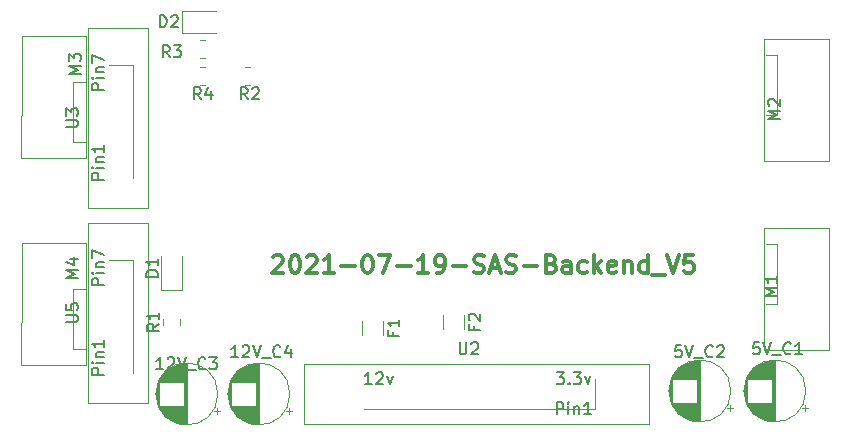
<source format=gbr>
%TF.GenerationSoftware,KiCad,Pcbnew,(5.1.10)-1*%
%TF.CreationDate,2021-07-19T20:27:22+08:00*%
%TF.ProjectId,2.5_SAS_Backend,322e355f-5341-4535-9f42-61636b656e64,rev?*%
%TF.SameCoordinates,Original*%
%TF.FileFunction,Legend,Top*%
%TF.FilePolarity,Positive*%
%FSLAX46Y46*%
G04 Gerber Fmt 4.6, Leading zero omitted, Abs format (unit mm)*
G04 Created by KiCad (PCBNEW (5.1.10)-1) date 2021-07-19 20:27:22*
%MOMM*%
%LPD*%
G01*
G04 APERTURE LIST*
%ADD10C,0.300000*%
%ADD11C,0.120000*%
%ADD12C,0.150000*%
G04 APERTURE END LIST*
D10*
X53298571Y-52661428D02*
X53370000Y-52590000D01*
X53512857Y-52518571D01*
X53870000Y-52518571D01*
X54012857Y-52590000D01*
X54084285Y-52661428D01*
X54155714Y-52804285D01*
X54155714Y-52947142D01*
X54084285Y-53161428D01*
X53227142Y-54018571D01*
X54155714Y-54018571D01*
X55084285Y-52518571D02*
X55227142Y-52518571D01*
X55370000Y-52590000D01*
X55441428Y-52661428D01*
X55512857Y-52804285D01*
X55584285Y-53090000D01*
X55584285Y-53447142D01*
X55512857Y-53732857D01*
X55441428Y-53875714D01*
X55370000Y-53947142D01*
X55227142Y-54018571D01*
X55084285Y-54018571D01*
X54941428Y-53947142D01*
X54870000Y-53875714D01*
X54798571Y-53732857D01*
X54727142Y-53447142D01*
X54727142Y-53090000D01*
X54798571Y-52804285D01*
X54870000Y-52661428D01*
X54941428Y-52590000D01*
X55084285Y-52518571D01*
X56155714Y-52661428D02*
X56227142Y-52590000D01*
X56370000Y-52518571D01*
X56727142Y-52518571D01*
X56870000Y-52590000D01*
X56941428Y-52661428D01*
X57012857Y-52804285D01*
X57012857Y-52947142D01*
X56941428Y-53161428D01*
X56084285Y-54018571D01*
X57012857Y-54018571D01*
X58441428Y-54018571D02*
X57584285Y-54018571D01*
X58012857Y-54018571D02*
X58012857Y-52518571D01*
X57870000Y-52732857D01*
X57727142Y-52875714D01*
X57584285Y-52947142D01*
X59084285Y-53447142D02*
X60227142Y-53447142D01*
X61227142Y-52518571D02*
X61370000Y-52518571D01*
X61512857Y-52590000D01*
X61584285Y-52661428D01*
X61655714Y-52804285D01*
X61727142Y-53090000D01*
X61727142Y-53447142D01*
X61655714Y-53732857D01*
X61584285Y-53875714D01*
X61512857Y-53947142D01*
X61370000Y-54018571D01*
X61227142Y-54018571D01*
X61084285Y-53947142D01*
X61012857Y-53875714D01*
X60941428Y-53732857D01*
X60870000Y-53447142D01*
X60870000Y-53090000D01*
X60941428Y-52804285D01*
X61012857Y-52661428D01*
X61084285Y-52590000D01*
X61227142Y-52518571D01*
X62227142Y-52518571D02*
X63227142Y-52518571D01*
X62584285Y-54018571D01*
X63798571Y-53447142D02*
X64941428Y-53447142D01*
X66441428Y-54018571D02*
X65584285Y-54018571D01*
X66012857Y-54018571D02*
X66012857Y-52518571D01*
X65870000Y-52732857D01*
X65727142Y-52875714D01*
X65584285Y-52947142D01*
X67155714Y-54018571D02*
X67441428Y-54018571D01*
X67584285Y-53947142D01*
X67655714Y-53875714D01*
X67798571Y-53661428D01*
X67870000Y-53375714D01*
X67870000Y-52804285D01*
X67798571Y-52661428D01*
X67727142Y-52590000D01*
X67584285Y-52518571D01*
X67298571Y-52518571D01*
X67155714Y-52590000D01*
X67084285Y-52661428D01*
X67012857Y-52804285D01*
X67012857Y-53161428D01*
X67084285Y-53304285D01*
X67155714Y-53375714D01*
X67298571Y-53447142D01*
X67584285Y-53447142D01*
X67727142Y-53375714D01*
X67798571Y-53304285D01*
X67870000Y-53161428D01*
X68512857Y-53447142D02*
X69655714Y-53447142D01*
X70298571Y-53947142D02*
X70512857Y-54018571D01*
X70870000Y-54018571D01*
X71012857Y-53947142D01*
X71084285Y-53875714D01*
X71155714Y-53732857D01*
X71155714Y-53590000D01*
X71084285Y-53447142D01*
X71012857Y-53375714D01*
X70870000Y-53304285D01*
X70584285Y-53232857D01*
X70441428Y-53161428D01*
X70370000Y-53090000D01*
X70298571Y-52947142D01*
X70298571Y-52804285D01*
X70370000Y-52661428D01*
X70441428Y-52590000D01*
X70584285Y-52518571D01*
X70941428Y-52518571D01*
X71155714Y-52590000D01*
X71727142Y-53590000D02*
X72441428Y-53590000D01*
X71584285Y-54018571D02*
X72084285Y-52518571D01*
X72584285Y-54018571D01*
X73012857Y-53947142D02*
X73227142Y-54018571D01*
X73584285Y-54018571D01*
X73727142Y-53947142D01*
X73798571Y-53875714D01*
X73870000Y-53732857D01*
X73870000Y-53590000D01*
X73798571Y-53447142D01*
X73727142Y-53375714D01*
X73584285Y-53304285D01*
X73298571Y-53232857D01*
X73155714Y-53161428D01*
X73084285Y-53090000D01*
X73012857Y-52947142D01*
X73012857Y-52804285D01*
X73084285Y-52661428D01*
X73155714Y-52590000D01*
X73298571Y-52518571D01*
X73655714Y-52518571D01*
X73870000Y-52590000D01*
X74512857Y-53447142D02*
X75655714Y-53447142D01*
X76870000Y-53232857D02*
X77084285Y-53304285D01*
X77155714Y-53375714D01*
X77227142Y-53518571D01*
X77227142Y-53732857D01*
X77155714Y-53875714D01*
X77084285Y-53947142D01*
X76941428Y-54018571D01*
X76370000Y-54018571D01*
X76370000Y-52518571D01*
X76870000Y-52518571D01*
X77012857Y-52590000D01*
X77084285Y-52661428D01*
X77155714Y-52804285D01*
X77155714Y-52947142D01*
X77084285Y-53090000D01*
X77012857Y-53161428D01*
X76870000Y-53232857D01*
X76370000Y-53232857D01*
X78512857Y-54018571D02*
X78512857Y-53232857D01*
X78441428Y-53090000D01*
X78298571Y-53018571D01*
X78012857Y-53018571D01*
X77870000Y-53090000D01*
X78512857Y-53947142D02*
X78370000Y-54018571D01*
X78012857Y-54018571D01*
X77870000Y-53947142D01*
X77798571Y-53804285D01*
X77798571Y-53661428D01*
X77870000Y-53518571D01*
X78012857Y-53447142D01*
X78370000Y-53447142D01*
X78512857Y-53375714D01*
X79870000Y-53947142D02*
X79727142Y-54018571D01*
X79441428Y-54018571D01*
X79298571Y-53947142D01*
X79227142Y-53875714D01*
X79155714Y-53732857D01*
X79155714Y-53304285D01*
X79227142Y-53161428D01*
X79298571Y-53090000D01*
X79441428Y-53018571D01*
X79727142Y-53018571D01*
X79870000Y-53090000D01*
X80512857Y-54018571D02*
X80512857Y-52518571D01*
X80655714Y-53447142D02*
X81084285Y-54018571D01*
X81084285Y-53018571D02*
X80512857Y-53590000D01*
X82298571Y-53947142D02*
X82155714Y-54018571D01*
X81870000Y-54018571D01*
X81727142Y-53947142D01*
X81655714Y-53804285D01*
X81655714Y-53232857D01*
X81727142Y-53090000D01*
X81870000Y-53018571D01*
X82155714Y-53018571D01*
X82298571Y-53090000D01*
X82370000Y-53232857D01*
X82370000Y-53375714D01*
X81655714Y-53518571D01*
X83012857Y-53018571D02*
X83012857Y-54018571D01*
X83012857Y-53161428D02*
X83084285Y-53090000D01*
X83227142Y-53018571D01*
X83441428Y-53018571D01*
X83584285Y-53090000D01*
X83655714Y-53232857D01*
X83655714Y-54018571D01*
X85012857Y-54018571D02*
X85012857Y-52518571D01*
X85012857Y-53947142D02*
X84870000Y-54018571D01*
X84584285Y-54018571D01*
X84441428Y-53947142D01*
X84370000Y-53875714D01*
X84298571Y-53732857D01*
X84298571Y-53304285D01*
X84370000Y-53161428D01*
X84441428Y-53090000D01*
X84584285Y-53018571D01*
X84870000Y-53018571D01*
X85012857Y-53090000D01*
X85370000Y-54161428D02*
X86512857Y-54161428D01*
X86655714Y-52518571D02*
X87155714Y-54018571D01*
X87655714Y-52518571D01*
X88870000Y-52518571D02*
X88155714Y-52518571D01*
X88084285Y-53232857D01*
X88155714Y-53161428D01*
X88298571Y-53090000D01*
X88655714Y-53090000D01*
X88798571Y-53161428D01*
X88870000Y-53232857D01*
X88941428Y-53375714D01*
X88941428Y-53732857D01*
X88870000Y-53875714D01*
X88798571Y-53947142D01*
X88655714Y-54018571D01*
X88298571Y-54018571D01*
X88155714Y-53947142D01*
X88084285Y-53875714D01*
D11*
%TO.C,F2*%
X69490000Y-57563936D02*
X69490000Y-58768064D01*
X67670000Y-57563936D02*
X67670000Y-58768064D01*
%TO.C,F1*%
X62632000Y-58071936D02*
X62632000Y-59276064D01*
X60812000Y-58071936D02*
X60812000Y-59276064D01*
%TO.C,R4*%
X47574564Y-35787000D02*
X47120436Y-35787000D01*
X47574564Y-34317000D02*
X47120436Y-34317000D01*
%TO.C,R3*%
X47120436Y-36603000D02*
X47574564Y-36603000D01*
X47120436Y-38073000D02*
X47574564Y-38073000D01*
%TO.C,R2*%
X50930436Y-36603000D02*
X51384564Y-36603000D01*
X50930436Y-38073000D02*
X51384564Y-38073000D01*
%TO.C,D2*%
X48444500Y-31856000D02*
X45559500Y-31856000D01*
X45559500Y-31856000D02*
X45559500Y-33676000D01*
X45559500Y-33676000D02*
X48444500Y-33676000D01*
%TO.C,U5*%
X41402000Y-52933600D02*
X39370000Y-52933600D01*
X41402000Y-61214000D02*
X41402000Y-62484000D01*
X41402000Y-52933600D02*
X41402000Y-61214000D01*
X42672000Y-65024000D02*
X42672000Y-49784000D01*
X37592000Y-65024000D02*
X42672000Y-65024000D01*
X37592000Y-49784000D02*
X37592000Y-65024000D01*
X42672000Y-49784000D02*
X37592000Y-49784000D01*
%TO.C,U3*%
X41402000Y-36423600D02*
X39370000Y-36423600D01*
X41402000Y-44704000D02*
X41402000Y-45974000D01*
X41402000Y-36423600D02*
X41402000Y-44704000D01*
X42672000Y-48514000D02*
X42672000Y-33274000D01*
X37592000Y-48514000D02*
X42672000Y-48514000D01*
X37592000Y-33274000D02*
X37592000Y-48514000D01*
X42672000Y-33274000D02*
X37592000Y-33274000D01*
%TO.C,U2*%
X85090000Y-66802000D02*
X85090000Y-61722000D01*
X85090000Y-61722000D02*
X55880000Y-61722000D01*
X55880000Y-61722000D02*
X55880000Y-66802000D01*
X55880000Y-66802000D02*
X85090000Y-66802000D01*
X80568800Y-62992000D02*
X80568800Y-65532000D01*
X80543400Y-65532000D02*
X60960000Y-65532000D01*
%TO.C,5V_C2*%
X92048000Y-64008000D02*
G75*
G03*
X92048000Y-64008000I-2620000J0D01*
G01*
X89428000Y-66588000D02*
X89428000Y-61428000D01*
X89388000Y-66588000D02*
X89388000Y-61428000D01*
X89348000Y-66587000D02*
X89348000Y-61429000D01*
X89308000Y-66586000D02*
X89308000Y-61430000D01*
X89268000Y-66584000D02*
X89268000Y-61432000D01*
X89228000Y-66581000D02*
X89228000Y-61435000D01*
X89188000Y-66577000D02*
X89188000Y-65048000D01*
X89188000Y-62968000D02*
X89188000Y-61439000D01*
X89148000Y-66573000D02*
X89148000Y-65048000D01*
X89148000Y-62968000D02*
X89148000Y-61443000D01*
X89108000Y-66569000D02*
X89108000Y-65048000D01*
X89108000Y-62968000D02*
X89108000Y-61447000D01*
X89068000Y-66564000D02*
X89068000Y-65048000D01*
X89068000Y-62968000D02*
X89068000Y-61452000D01*
X89028000Y-66558000D02*
X89028000Y-65048000D01*
X89028000Y-62968000D02*
X89028000Y-61458000D01*
X88988000Y-66551000D02*
X88988000Y-65048000D01*
X88988000Y-62968000D02*
X88988000Y-61465000D01*
X88948000Y-66544000D02*
X88948000Y-65048000D01*
X88948000Y-62968000D02*
X88948000Y-61472000D01*
X88908000Y-66536000D02*
X88908000Y-65048000D01*
X88908000Y-62968000D02*
X88908000Y-61480000D01*
X88868000Y-66528000D02*
X88868000Y-65048000D01*
X88868000Y-62968000D02*
X88868000Y-61488000D01*
X88828000Y-66519000D02*
X88828000Y-65048000D01*
X88828000Y-62968000D02*
X88828000Y-61497000D01*
X88788000Y-66509000D02*
X88788000Y-65048000D01*
X88788000Y-62968000D02*
X88788000Y-61507000D01*
X88748000Y-66499000D02*
X88748000Y-65048000D01*
X88748000Y-62968000D02*
X88748000Y-61517000D01*
X88707000Y-66488000D02*
X88707000Y-65048000D01*
X88707000Y-62968000D02*
X88707000Y-61528000D01*
X88667000Y-66476000D02*
X88667000Y-65048000D01*
X88667000Y-62968000D02*
X88667000Y-61540000D01*
X88627000Y-66463000D02*
X88627000Y-65048000D01*
X88627000Y-62968000D02*
X88627000Y-61553000D01*
X88587000Y-66450000D02*
X88587000Y-65048000D01*
X88587000Y-62968000D02*
X88587000Y-61566000D01*
X88547000Y-66436000D02*
X88547000Y-65048000D01*
X88547000Y-62968000D02*
X88547000Y-61580000D01*
X88507000Y-66422000D02*
X88507000Y-65048000D01*
X88507000Y-62968000D02*
X88507000Y-61594000D01*
X88467000Y-66406000D02*
X88467000Y-65048000D01*
X88467000Y-62968000D02*
X88467000Y-61610000D01*
X88427000Y-66390000D02*
X88427000Y-65048000D01*
X88427000Y-62968000D02*
X88427000Y-61626000D01*
X88387000Y-66373000D02*
X88387000Y-65048000D01*
X88387000Y-62968000D02*
X88387000Y-61643000D01*
X88347000Y-66356000D02*
X88347000Y-65048000D01*
X88347000Y-62968000D02*
X88347000Y-61660000D01*
X88307000Y-66337000D02*
X88307000Y-65048000D01*
X88307000Y-62968000D02*
X88307000Y-61679000D01*
X88267000Y-66318000D02*
X88267000Y-65048000D01*
X88267000Y-62968000D02*
X88267000Y-61698000D01*
X88227000Y-66298000D02*
X88227000Y-65048000D01*
X88227000Y-62968000D02*
X88227000Y-61718000D01*
X88187000Y-66276000D02*
X88187000Y-65048000D01*
X88187000Y-62968000D02*
X88187000Y-61740000D01*
X88147000Y-66255000D02*
X88147000Y-65048000D01*
X88147000Y-62968000D02*
X88147000Y-61761000D01*
X88107000Y-66232000D02*
X88107000Y-65048000D01*
X88107000Y-62968000D02*
X88107000Y-61784000D01*
X88067000Y-66208000D02*
X88067000Y-65048000D01*
X88067000Y-62968000D02*
X88067000Y-61808000D01*
X88027000Y-66183000D02*
X88027000Y-65048000D01*
X88027000Y-62968000D02*
X88027000Y-61833000D01*
X87987000Y-66157000D02*
X87987000Y-65048000D01*
X87987000Y-62968000D02*
X87987000Y-61859000D01*
X87947000Y-66130000D02*
X87947000Y-65048000D01*
X87947000Y-62968000D02*
X87947000Y-61886000D01*
X87907000Y-66103000D02*
X87907000Y-65048000D01*
X87907000Y-62968000D02*
X87907000Y-61913000D01*
X87867000Y-66073000D02*
X87867000Y-65048000D01*
X87867000Y-62968000D02*
X87867000Y-61943000D01*
X87827000Y-66043000D02*
X87827000Y-65048000D01*
X87827000Y-62968000D02*
X87827000Y-61973000D01*
X87787000Y-66012000D02*
X87787000Y-65048000D01*
X87787000Y-62968000D02*
X87787000Y-62004000D01*
X87747000Y-65979000D02*
X87747000Y-65048000D01*
X87747000Y-62968000D02*
X87747000Y-62037000D01*
X87707000Y-65945000D02*
X87707000Y-65048000D01*
X87707000Y-62968000D02*
X87707000Y-62071000D01*
X87667000Y-65909000D02*
X87667000Y-65048000D01*
X87667000Y-62968000D02*
X87667000Y-62107000D01*
X87627000Y-65872000D02*
X87627000Y-65048000D01*
X87627000Y-62968000D02*
X87627000Y-62144000D01*
X87587000Y-65834000D02*
X87587000Y-65048000D01*
X87587000Y-62968000D02*
X87587000Y-62182000D01*
X87547000Y-65793000D02*
X87547000Y-65048000D01*
X87547000Y-62968000D02*
X87547000Y-62223000D01*
X87507000Y-65751000D02*
X87507000Y-65048000D01*
X87507000Y-62968000D02*
X87507000Y-62265000D01*
X87467000Y-65707000D02*
X87467000Y-65048000D01*
X87467000Y-62968000D02*
X87467000Y-62309000D01*
X87427000Y-65661000D02*
X87427000Y-65048000D01*
X87427000Y-62968000D02*
X87427000Y-62355000D01*
X87387000Y-65613000D02*
X87387000Y-65048000D01*
X87387000Y-62968000D02*
X87387000Y-62403000D01*
X87347000Y-65562000D02*
X87347000Y-65048000D01*
X87347000Y-62968000D02*
X87347000Y-62454000D01*
X87307000Y-65508000D02*
X87307000Y-65048000D01*
X87307000Y-62968000D02*
X87307000Y-62508000D01*
X87267000Y-65451000D02*
X87267000Y-65048000D01*
X87267000Y-62968000D02*
X87267000Y-62565000D01*
X87227000Y-65391000D02*
X87227000Y-65048000D01*
X87227000Y-62968000D02*
X87227000Y-62625000D01*
X87187000Y-65327000D02*
X87187000Y-65048000D01*
X87187000Y-62968000D02*
X87187000Y-62689000D01*
X87147000Y-65259000D02*
X87147000Y-65048000D01*
X87147000Y-62968000D02*
X87147000Y-62757000D01*
X87107000Y-65186000D02*
X87107000Y-62830000D01*
X87067000Y-65106000D02*
X87067000Y-62910000D01*
X87027000Y-65019000D02*
X87027000Y-62997000D01*
X86987000Y-64923000D02*
X86987000Y-63093000D01*
X86947000Y-64813000D02*
X86947000Y-63203000D01*
X86907000Y-64685000D02*
X86907000Y-63331000D01*
X86867000Y-64526000D02*
X86867000Y-63490000D01*
X86827000Y-64292000D02*
X86827000Y-63724000D01*
X92232775Y-65483000D02*
X91732775Y-65483000D01*
X91982775Y-65733000D02*
X91982775Y-65233000D01*
%TO.C,12V_C3*%
X48614000Y-64262000D02*
G75*
G03*
X48614000Y-64262000I-2620000J0D01*
G01*
X45994000Y-66842000D02*
X45994000Y-61682000D01*
X45954000Y-66842000D02*
X45954000Y-61682000D01*
X45914000Y-66841000D02*
X45914000Y-61683000D01*
X45874000Y-66840000D02*
X45874000Y-61684000D01*
X45834000Y-66838000D02*
X45834000Y-61686000D01*
X45794000Y-66835000D02*
X45794000Y-61689000D01*
X45754000Y-66831000D02*
X45754000Y-65302000D01*
X45754000Y-63222000D02*
X45754000Y-61693000D01*
X45714000Y-66827000D02*
X45714000Y-65302000D01*
X45714000Y-63222000D02*
X45714000Y-61697000D01*
X45674000Y-66823000D02*
X45674000Y-65302000D01*
X45674000Y-63222000D02*
X45674000Y-61701000D01*
X45634000Y-66818000D02*
X45634000Y-65302000D01*
X45634000Y-63222000D02*
X45634000Y-61706000D01*
X45594000Y-66812000D02*
X45594000Y-65302000D01*
X45594000Y-63222000D02*
X45594000Y-61712000D01*
X45554000Y-66805000D02*
X45554000Y-65302000D01*
X45554000Y-63222000D02*
X45554000Y-61719000D01*
X45514000Y-66798000D02*
X45514000Y-65302000D01*
X45514000Y-63222000D02*
X45514000Y-61726000D01*
X45474000Y-66790000D02*
X45474000Y-65302000D01*
X45474000Y-63222000D02*
X45474000Y-61734000D01*
X45434000Y-66782000D02*
X45434000Y-65302000D01*
X45434000Y-63222000D02*
X45434000Y-61742000D01*
X45394000Y-66773000D02*
X45394000Y-65302000D01*
X45394000Y-63222000D02*
X45394000Y-61751000D01*
X45354000Y-66763000D02*
X45354000Y-65302000D01*
X45354000Y-63222000D02*
X45354000Y-61761000D01*
X45314000Y-66753000D02*
X45314000Y-65302000D01*
X45314000Y-63222000D02*
X45314000Y-61771000D01*
X45273000Y-66742000D02*
X45273000Y-65302000D01*
X45273000Y-63222000D02*
X45273000Y-61782000D01*
X45233000Y-66730000D02*
X45233000Y-65302000D01*
X45233000Y-63222000D02*
X45233000Y-61794000D01*
X45193000Y-66717000D02*
X45193000Y-65302000D01*
X45193000Y-63222000D02*
X45193000Y-61807000D01*
X45153000Y-66704000D02*
X45153000Y-65302000D01*
X45153000Y-63222000D02*
X45153000Y-61820000D01*
X45113000Y-66690000D02*
X45113000Y-65302000D01*
X45113000Y-63222000D02*
X45113000Y-61834000D01*
X45073000Y-66676000D02*
X45073000Y-65302000D01*
X45073000Y-63222000D02*
X45073000Y-61848000D01*
X45033000Y-66660000D02*
X45033000Y-65302000D01*
X45033000Y-63222000D02*
X45033000Y-61864000D01*
X44993000Y-66644000D02*
X44993000Y-65302000D01*
X44993000Y-63222000D02*
X44993000Y-61880000D01*
X44953000Y-66627000D02*
X44953000Y-65302000D01*
X44953000Y-63222000D02*
X44953000Y-61897000D01*
X44913000Y-66610000D02*
X44913000Y-65302000D01*
X44913000Y-63222000D02*
X44913000Y-61914000D01*
X44873000Y-66591000D02*
X44873000Y-65302000D01*
X44873000Y-63222000D02*
X44873000Y-61933000D01*
X44833000Y-66572000D02*
X44833000Y-65302000D01*
X44833000Y-63222000D02*
X44833000Y-61952000D01*
X44793000Y-66552000D02*
X44793000Y-65302000D01*
X44793000Y-63222000D02*
X44793000Y-61972000D01*
X44753000Y-66530000D02*
X44753000Y-65302000D01*
X44753000Y-63222000D02*
X44753000Y-61994000D01*
X44713000Y-66509000D02*
X44713000Y-65302000D01*
X44713000Y-63222000D02*
X44713000Y-62015000D01*
X44673000Y-66486000D02*
X44673000Y-65302000D01*
X44673000Y-63222000D02*
X44673000Y-62038000D01*
X44633000Y-66462000D02*
X44633000Y-65302000D01*
X44633000Y-63222000D02*
X44633000Y-62062000D01*
X44593000Y-66437000D02*
X44593000Y-65302000D01*
X44593000Y-63222000D02*
X44593000Y-62087000D01*
X44553000Y-66411000D02*
X44553000Y-65302000D01*
X44553000Y-63222000D02*
X44553000Y-62113000D01*
X44513000Y-66384000D02*
X44513000Y-65302000D01*
X44513000Y-63222000D02*
X44513000Y-62140000D01*
X44473000Y-66357000D02*
X44473000Y-65302000D01*
X44473000Y-63222000D02*
X44473000Y-62167000D01*
X44433000Y-66327000D02*
X44433000Y-65302000D01*
X44433000Y-63222000D02*
X44433000Y-62197000D01*
X44393000Y-66297000D02*
X44393000Y-65302000D01*
X44393000Y-63222000D02*
X44393000Y-62227000D01*
X44353000Y-66266000D02*
X44353000Y-65302000D01*
X44353000Y-63222000D02*
X44353000Y-62258000D01*
X44313000Y-66233000D02*
X44313000Y-65302000D01*
X44313000Y-63222000D02*
X44313000Y-62291000D01*
X44273000Y-66199000D02*
X44273000Y-65302000D01*
X44273000Y-63222000D02*
X44273000Y-62325000D01*
X44233000Y-66163000D02*
X44233000Y-65302000D01*
X44233000Y-63222000D02*
X44233000Y-62361000D01*
X44193000Y-66126000D02*
X44193000Y-65302000D01*
X44193000Y-63222000D02*
X44193000Y-62398000D01*
X44153000Y-66088000D02*
X44153000Y-65302000D01*
X44153000Y-63222000D02*
X44153000Y-62436000D01*
X44113000Y-66047000D02*
X44113000Y-65302000D01*
X44113000Y-63222000D02*
X44113000Y-62477000D01*
X44073000Y-66005000D02*
X44073000Y-65302000D01*
X44073000Y-63222000D02*
X44073000Y-62519000D01*
X44033000Y-65961000D02*
X44033000Y-65302000D01*
X44033000Y-63222000D02*
X44033000Y-62563000D01*
X43993000Y-65915000D02*
X43993000Y-65302000D01*
X43993000Y-63222000D02*
X43993000Y-62609000D01*
X43953000Y-65867000D02*
X43953000Y-65302000D01*
X43953000Y-63222000D02*
X43953000Y-62657000D01*
X43913000Y-65816000D02*
X43913000Y-65302000D01*
X43913000Y-63222000D02*
X43913000Y-62708000D01*
X43873000Y-65762000D02*
X43873000Y-65302000D01*
X43873000Y-63222000D02*
X43873000Y-62762000D01*
X43833000Y-65705000D02*
X43833000Y-65302000D01*
X43833000Y-63222000D02*
X43833000Y-62819000D01*
X43793000Y-65645000D02*
X43793000Y-65302000D01*
X43793000Y-63222000D02*
X43793000Y-62879000D01*
X43753000Y-65581000D02*
X43753000Y-65302000D01*
X43753000Y-63222000D02*
X43753000Y-62943000D01*
X43713000Y-65513000D02*
X43713000Y-65302000D01*
X43713000Y-63222000D02*
X43713000Y-63011000D01*
X43673000Y-65440000D02*
X43673000Y-63084000D01*
X43633000Y-65360000D02*
X43633000Y-63164000D01*
X43593000Y-65273000D02*
X43593000Y-63251000D01*
X43553000Y-65177000D02*
X43553000Y-63347000D01*
X43513000Y-65067000D02*
X43513000Y-63457000D01*
X43473000Y-64939000D02*
X43473000Y-63585000D01*
X43433000Y-64780000D02*
X43433000Y-63744000D01*
X43393000Y-64546000D02*
X43393000Y-63978000D01*
X48798775Y-65737000D02*
X48298775Y-65737000D01*
X48548775Y-65987000D02*
X48548775Y-65487000D01*
%TO.C,12V_C4*%
X54710000Y-64262000D02*
G75*
G03*
X54710000Y-64262000I-2620000J0D01*
G01*
X52090000Y-66842000D02*
X52090000Y-61682000D01*
X52050000Y-66842000D02*
X52050000Y-61682000D01*
X52010000Y-66841000D02*
X52010000Y-61683000D01*
X51970000Y-66840000D02*
X51970000Y-61684000D01*
X51930000Y-66838000D02*
X51930000Y-61686000D01*
X51890000Y-66835000D02*
X51890000Y-61689000D01*
X51850000Y-66831000D02*
X51850000Y-65302000D01*
X51850000Y-63222000D02*
X51850000Y-61693000D01*
X51810000Y-66827000D02*
X51810000Y-65302000D01*
X51810000Y-63222000D02*
X51810000Y-61697000D01*
X51770000Y-66823000D02*
X51770000Y-65302000D01*
X51770000Y-63222000D02*
X51770000Y-61701000D01*
X51730000Y-66818000D02*
X51730000Y-65302000D01*
X51730000Y-63222000D02*
X51730000Y-61706000D01*
X51690000Y-66812000D02*
X51690000Y-65302000D01*
X51690000Y-63222000D02*
X51690000Y-61712000D01*
X51650000Y-66805000D02*
X51650000Y-65302000D01*
X51650000Y-63222000D02*
X51650000Y-61719000D01*
X51610000Y-66798000D02*
X51610000Y-65302000D01*
X51610000Y-63222000D02*
X51610000Y-61726000D01*
X51570000Y-66790000D02*
X51570000Y-65302000D01*
X51570000Y-63222000D02*
X51570000Y-61734000D01*
X51530000Y-66782000D02*
X51530000Y-65302000D01*
X51530000Y-63222000D02*
X51530000Y-61742000D01*
X51490000Y-66773000D02*
X51490000Y-65302000D01*
X51490000Y-63222000D02*
X51490000Y-61751000D01*
X51450000Y-66763000D02*
X51450000Y-65302000D01*
X51450000Y-63222000D02*
X51450000Y-61761000D01*
X51410000Y-66753000D02*
X51410000Y-65302000D01*
X51410000Y-63222000D02*
X51410000Y-61771000D01*
X51369000Y-66742000D02*
X51369000Y-65302000D01*
X51369000Y-63222000D02*
X51369000Y-61782000D01*
X51329000Y-66730000D02*
X51329000Y-65302000D01*
X51329000Y-63222000D02*
X51329000Y-61794000D01*
X51289000Y-66717000D02*
X51289000Y-65302000D01*
X51289000Y-63222000D02*
X51289000Y-61807000D01*
X51249000Y-66704000D02*
X51249000Y-65302000D01*
X51249000Y-63222000D02*
X51249000Y-61820000D01*
X51209000Y-66690000D02*
X51209000Y-65302000D01*
X51209000Y-63222000D02*
X51209000Y-61834000D01*
X51169000Y-66676000D02*
X51169000Y-65302000D01*
X51169000Y-63222000D02*
X51169000Y-61848000D01*
X51129000Y-66660000D02*
X51129000Y-65302000D01*
X51129000Y-63222000D02*
X51129000Y-61864000D01*
X51089000Y-66644000D02*
X51089000Y-65302000D01*
X51089000Y-63222000D02*
X51089000Y-61880000D01*
X51049000Y-66627000D02*
X51049000Y-65302000D01*
X51049000Y-63222000D02*
X51049000Y-61897000D01*
X51009000Y-66610000D02*
X51009000Y-65302000D01*
X51009000Y-63222000D02*
X51009000Y-61914000D01*
X50969000Y-66591000D02*
X50969000Y-65302000D01*
X50969000Y-63222000D02*
X50969000Y-61933000D01*
X50929000Y-66572000D02*
X50929000Y-65302000D01*
X50929000Y-63222000D02*
X50929000Y-61952000D01*
X50889000Y-66552000D02*
X50889000Y-65302000D01*
X50889000Y-63222000D02*
X50889000Y-61972000D01*
X50849000Y-66530000D02*
X50849000Y-65302000D01*
X50849000Y-63222000D02*
X50849000Y-61994000D01*
X50809000Y-66509000D02*
X50809000Y-65302000D01*
X50809000Y-63222000D02*
X50809000Y-62015000D01*
X50769000Y-66486000D02*
X50769000Y-65302000D01*
X50769000Y-63222000D02*
X50769000Y-62038000D01*
X50729000Y-66462000D02*
X50729000Y-65302000D01*
X50729000Y-63222000D02*
X50729000Y-62062000D01*
X50689000Y-66437000D02*
X50689000Y-65302000D01*
X50689000Y-63222000D02*
X50689000Y-62087000D01*
X50649000Y-66411000D02*
X50649000Y-65302000D01*
X50649000Y-63222000D02*
X50649000Y-62113000D01*
X50609000Y-66384000D02*
X50609000Y-65302000D01*
X50609000Y-63222000D02*
X50609000Y-62140000D01*
X50569000Y-66357000D02*
X50569000Y-65302000D01*
X50569000Y-63222000D02*
X50569000Y-62167000D01*
X50529000Y-66327000D02*
X50529000Y-65302000D01*
X50529000Y-63222000D02*
X50529000Y-62197000D01*
X50489000Y-66297000D02*
X50489000Y-65302000D01*
X50489000Y-63222000D02*
X50489000Y-62227000D01*
X50449000Y-66266000D02*
X50449000Y-65302000D01*
X50449000Y-63222000D02*
X50449000Y-62258000D01*
X50409000Y-66233000D02*
X50409000Y-65302000D01*
X50409000Y-63222000D02*
X50409000Y-62291000D01*
X50369000Y-66199000D02*
X50369000Y-65302000D01*
X50369000Y-63222000D02*
X50369000Y-62325000D01*
X50329000Y-66163000D02*
X50329000Y-65302000D01*
X50329000Y-63222000D02*
X50329000Y-62361000D01*
X50289000Y-66126000D02*
X50289000Y-65302000D01*
X50289000Y-63222000D02*
X50289000Y-62398000D01*
X50249000Y-66088000D02*
X50249000Y-65302000D01*
X50249000Y-63222000D02*
X50249000Y-62436000D01*
X50209000Y-66047000D02*
X50209000Y-65302000D01*
X50209000Y-63222000D02*
X50209000Y-62477000D01*
X50169000Y-66005000D02*
X50169000Y-65302000D01*
X50169000Y-63222000D02*
X50169000Y-62519000D01*
X50129000Y-65961000D02*
X50129000Y-65302000D01*
X50129000Y-63222000D02*
X50129000Y-62563000D01*
X50089000Y-65915000D02*
X50089000Y-65302000D01*
X50089000Y-63222000D02*
X50089000Y-62609000D01*
X50049000Y-65867000D02*
X50049000Y-65302000D01*
X50049000Y-63222000D02*
X50049000Y-62657000D01*
X50009000Y-65816000D02*
X50009000Y-65302000D01*
X50009000Y-63222000D02*
X50009000Y-62708000D01*
X49969000Y-65762000D02*
X49969000Y-65302000D01*
X49969000Y-63222000D02*
X49969000Y-62762000D01*
X49929000Y-65705000D02*
X49929000Y-65302000D01*
X49929000Y-63222000D02*
X49929000Y-62819000D01*
X49889000Y-65645000D02*
X49889000Y-65302000D01*
X49889000Y-63222000D02*
X49889000Y-62879000D01*
X49849000Y-65581000D02*
X49849000Y-65302000D01*
X49849000Y-63222000D02*
X49849000Y-62943000D01*
X49809000Y-65513000D02*
X49809000Y-65302000D01*
X49809000Y-63222000D02*
X49809000Y-63011000D01*
X49769000Y-65440000D02*
X49769000Y-63084000D01*
X49729000Y-65360000D02*
X49729000Y-63164000D01*
X49689000Y-65273000D02*
X49689000Y-63251000D01*
X49649000Y-65177000D02*
X49649000Y-63347000D01*
X49609000Y-65067000D02*
X49609000Y-63457000D01*
X49569000Y-64939000D02*
X49569000Y-63585000D01*
X49529000Y-64780000D02*
X49529000Y-63744000D01*
X49489000Y-64546000D02*
X49489000Y-63978000D01*
X54894775Y-65737000D02*
X54394775Y-65737000D01*
X54644775Y-65987000D02*
X54644775Y-65487000D01*
%TO.C,D1*%
X43794000Y-52594000D02*
X43794000Y-55479000D01*
X43794000Y-55479000D02*
X45614000Y-55479000D01*
X45614000Y-55479000D02*
X45614000Y-52594000D01*
%TO.C,R1*%
X43969000Y-58393064D02*
X43969000Y-57938936D01*
X45439000Y-58393064D02*
X45439000Y-57938936D01*
%TO.C,M1*%
X100380000Y-50212000D02*
X100330000Y-57312000D01*
X100330000Y-57312000D02*
X100330000Y-60512000D01*
X100330000Y-60512000D02*
X94898000Y-60512000D01*
X94898000Y-60512000D02*
X94898000Y-50212000D01*
X94898000Y-50212000D02*
X100380000Y-50212000D01*
X94998000Y-51562000D02*
X96008000Y-51562000D01*
X96008000Y-51562000D02*
X96008000Y-56642000D01*
X96008000Y-56642000D02*
X94998000Y-56642000D01*
%TO.C,M2*%
X100380000Y-34210000D02*
X100330000Y-41310000D01*
X100330000Y-41310000D02*
X100330000Y-44510000D01*
X100330000Y-44510000D02*
X94898000Y-44510000D01*
X94898000Y-44510000D02*
X94898000Y-34210000D01*
X94898000Y-34210000D02*
X100380000Y-34210000D01*
X94998000Y-35560000D02*
X96008000Y-35560000D01*
X96008000Y-35560000D02*
X96008000Y-40640000D01*
X96008000Y-40640000D02*
X94998000Y-40640000D01*
%TO.C,M3*%
X31954000Y-44276000D02*
X32004000Y-37176000D01*
X32004000Y-37176000D02*
X32004000Y-33976000D01*
X32004000Y-33976000D02*
X37436000Y-33976000D01*
X37436000Y-33976000D02*
X37436000Y-44276000D01*
X37436000Y-44276000D02*
X31954000Y-44276000D01*
X37336000Y-42926000D02*
X36326000Y-42926000D01*
X36326000Y-42926000D02*
X36326000Y-37846000D01*
X36326000Y-37846000D02*
X37336000Y-37846000D01*
%TO.C,M4*%
X31954000Y-61802000D02*
X32004000Y-54702000D01*
X32004000Y-54702000D02*
X32004000Y-51502000D01*
X32004000Y-51502000D02*
X37436000Y-51502000D01*
X37436000Y-51502000D02*
X37436000Y-61802000D01*
X37436000Y-61802000D02*
X31954000Y-61802000D01*
X37336000Y-60452000D02*
X36326000Y-60452000D01*
X36326000Y-60452000D02*
X36326000Y-55372000D01*
X36326000Y-55372000D02*
X37336000Y-55372000D01*
%TO.C,5V_C1*%
X98398000Y-64008000D02*
G75*
G03*
X98398000Y-64008000I-2620000J0D01*
G01*
X95778000Y-66588000D02*
X95778000Y-61428000D01*
X95738000Y-66588000D02*
X95738000Y-61428000D01*
X95698000Y-66587000D02*
X95698000Y-61429000D01*
X95658000Y-66586000D02*
X95658000Y-61430000D01*
X95618000Y-66584000D02*
X95618000Y-61432000D01*
X95578000Y-66581000D02*
X95578000Y-61435000D01*
X95538000Y-66577000D02*
X95538000Y-65048000D01*
X95538000Y-62968000D02*
X95538000Y-61439000D01*
X95498000Y-66573000D02*
X95498000Y-65048000D01*
X95498000Y-62968000D02*
X95498000Y-61443000D01*
X95458000Y-66569000D02*
X95458000Y-65048000D01*
X95458000Y-62968000D02*
X95458000Y-61447000D01*
X95418000Y-66564000D02*
X95418000Y-65048000D01*
X95418000Y-62968000D02*
X95418000Y-61452000D01*
X95378000Y-66558000D02*
X95378000Y-65048000D01*
X95378000Y-62968000D02*
X95378000Y-61458000D01*
X95338000Y-66551000D02*
X95338000Y-65048000D01*
X95338000Y-62968000D02*
X95338000Y-61465000D01*
X95298000Y-66544000D02*
X95298000Y-65048000D01*
X95298000Y-62968000D02*
X95298000Y-61472000D01*
X95258000Y-66536000D02*
X95258000Y-65048000D01*
X95258000Y-62968000D02*
X95258000Y-61480000D01*
X95218000Y-66528000D02*
X95218000Y-65048000D01*
X95218000Y-62968000D02*
X95218000Y-61488000D01*
X95178000Y-66519000D02*
X95178000Y-65048000D01*
X95178000Y-62968000D02*
X95178000Y-61497000D01*
X95138000Y-66509000D02*
X95138000Y-65048000D01*
X95138000Y-62968000D02*
X95138000Y-61507000D01*
X95098000Y-66499000D02*
X95098000Y-65048000D01*
X95098000Y-62968000D02*
X95098000Y-61517000D01*
X95057000Y-66488000D02*
X95057000Y-65048000D01*
X95057000Y-62968000D02*
X95057000Y-61528000D01*
X95017000Y-66476000D02*
X95017000Y-65048000D01*
X95017000Y-62968000D02*
X95017000Y-61540000D01*
X94977000Y-66463000D02*
X94977000Y-65048000D01*
X94977000Y-62968000D02*
X94977000Y-61553000D01*
X94937000Y-66450000D02*
X94937000Y-65048000D01*
X94937000Y-62968000D02*
X94937000Y-61566000D01*
X94897000Y-66436000D02*
X94897000Y-65048000D01*
X94897000Y-62968000D02*
X94897000Y-61580000D01*
X94857000Y-66422000D02*
X94857000Y-65048000D01*
X94857000Y-62968000D02*
X94857000Y-61594000D01*
X94817000Y-66406000D02*
X94817000Y-65048000D01*
X94817000Y-62968000D02*
X94817000Y-61610000D01*
X94777000Y-66390000D02*
X94777000Y-65048000D01*
X94777000Y-62968000D02*
X94777000Y-61626000D01*
X94737000Y-66373000D02*
X94737000Y-65048000D01*
X94737000Y-62968000D02*
X94737000Y-61643000D01*
X94697000Y-66356000D02*
X94697000Y-65048000D01*
X94697000Y-62968000D02*
X94697000Y-61660000D01*
X94657000Y-66337000D02*
X94657000Y-65048000D01*
X94657000Y-62968000D02*
X94657000Y-61679000D01*
X94617000Y-66318000D02*
X94617000Y-65048000D01*
X94617000Y-62968000D02*
X94617000Y-61698000D01*
X94577000Y-66298000D02*
X94577000Y-65048000D01*
X94577000Y-62968000D02*
X94577000Y-61718000D01*
X94537000Y-66276000D02*
X94537000Y-65048000D01*
X94537000Y-62968000D02*
X94537000Y-61740000D01*
X94497000Y-66255000D02*
X94497000Y-65048000D01*
X94497000Y-62968000D02*
X94497000Y-61761000D01*
X94457000Y-66232000D02*
X94457000Y-65048000D01*
X94457000Y-62968000D02*
X94457000Y-61784000D01*
X94417000Y-66208000D02*
X94417000Y-65048000D01*
X94417000Y-62968000D02*
X94417000Y-61808000D01*
X94377000Y-66183000D02*
X94377000Y-65048000D01*
X94377000Y-62968000D02*
X94377000Y-61833000D01*
X94337000Y-66157000D02*
X94337000Y-65048000D01*
X94337000Y-62968000D02*
X94337000Y-61859000D01*
X94297000Y-66130000D02*
X94297000Y-65048000D01*
X94297000Y-62968000D02*
X94297000Y-61886000D01*
X94257000Y-66103000D02*
X94257000Y-65048000D01*
X94257000Y-62968000D02*
X94257000Y-61913000D01*
X94217000Y-66073000D02*
X94217000Y-65048000D01*
X94217000Y-62968000D02*
X94217000Y-61943000D01*
X94177000Y-66043000D02*
X94177000Y-65048000D01*
X94177000Y-62968000D02*
X94177000Y-61973000D01*
X94137000Y-66012000D02*
X94137000Y-65048000D01*
X94137000Y-62968000D02*
X94137000Y-62004000D01*
X94097000Y-65979000D02*
X94097000Y-65048000D01*
X94097000Y-62968000D02*
X94097000Y-62037000D01*
X94057000Y-65945000D02*
X94057000Y-65048000D01*
X94057000Y-62968000D02*
X94057000Y-62071000D01*
X94017000Y-65909000D02*
X94017000Y-65048000D01*
X94017000Y-62968000D02*
X94017000Y-62107000D01*
X93977000Y-65872000D02*
X93977000Y-65048000D01*
X93977000Y-62968000D02*
X93977000Y-62144000D01*
X93937000Y-65834000D02*
X93937000Y-65048000D01*
X93937000Y-62968000D02*
X93937000Y-62182000D01*
X93897000Y-65793000D02*
X93897000Y-65048000D01*
X93897000Y-62968000D02*
X93897000Y-62223000D01*
X93857000Y-65751000D02*
X93857000Y-65048000D01*
X93857000Y-62968000D02*
X93857000Y-62265000D01*
X93817000Y-65707000D02*
X93817000Y-65048000D01*
X93817000Y-62968000D02*
X93817000Y-62309000D01*
X93777000Y-65661000D02*
X93777000Y-65048000D01*
X93777000Y-62968000D02*
X93777000Y-62355000D01*
X93737000Y-65613000D02*
X93737000Y-65048000D01*
X93737000Y-62968000D02*
X93737000Y-62403000D01*
X93697000Y-65562000D02*
X93697000Y-65048000D01*
X93697000Y-62968000D02*
X93697000Y-62454000D01*
X93657000Y-65508000D02*
X93657000Y-65048000D01*
X93657000Y-62968000D02*
X93657000Y-62508000D01*
X93617000Y-65451000D02*
X93617000Y-65048000D01*
X93617000Y-62968000D02*
X93617000Y-62565000D01*
X93577000Y-65391000D02*
X93577000Y-65048000D01*
X93577000Y-62968000D02*
X93577000Y-62625000D01*
X93537000Y-65327000D02*
X93537000Y-65048000D01*
X93537000Y-62968000D02*
X93537000Y-62689000D01*
X93497000Y-65259000D02*
X93497000Y-65048000D01*
X93497000Y-62968000D02*
X93497000Y-62757000D01*
X93457000Y-65186000D02*
X93457000Y-62830000D01*
X93417000Y-65106000D02*
X93417000Y-62910000D01*
X93377000Y-65019000D02*
X93377000Y-62997000D01*
X93337000Y-64923000D02*
X93337000Y-63093000D01*
X93297000Y-64813000D02*
X93297000Y-63203000D01*
X93257000Y-64685000D02*
X93257000Y-63331000D01*
X93217000Y-64526000D02*
X93217000Y-63490000D01*
X93177000Y-64292000D02*
X93177000Y-63724000D01*
X98582775Y-65483000D02*
X98082775Y-65483000D01*
X98332775Y-65733000D02*
X98332775Y-65233000D01*
%TO.C,F2*%
D12*
X70328571Y-58499333D02*
X70328571Y-58832666D01*
X70852380Y-58832666D02*
X69852380Y-58832666D01*
X69852380Y-58356476D01*
X69947619Y-58023142D02*
X69900000Y-57975523D01*
X69852380Y-57880285D01*
X69852380Y-57642190D01*
X69900000Y-57546952D01*
X69947619Y-57499333D01*
X70042857Y-57451714D01*
X70138095Y-57451714D01*
X70280952Y-57499333D01*
X70852380Y-58070761D01*
X70852380Y-57451714D01*
%TO.C,F1*%
X63470571Y-59007333D02*
X63470571Y-59340666D01*
X63994380Y-59340666D02*
X62994380Y-59340666D01*
X62994380Y-58864476D01*
X63994380Y-57959714D02*
X63994380Y-58531142D01*
X63994380Y-58245428D02*
X62994380Y-58245428D01*
X63137238Y-58340666D01*
X63232476Y-58435904D01*
X63280095Y-58531142D01*
%TO.C,R4*%
X47180833Y-39314380D02*
X46847500Y-38838190D01*
X46609404Y-39314380D02*
X46609404Y-38314380D01*
X46990357Y-38314380D01*
X47085595Y-38362000D01*
X47133214Y-38409619D01*
X47180833Y-38504857D01*
X47180833Y-38647714D01*
X47133214Y-38742952D01*
X47085595Y-38790571D01*
X46990357Y-38838190D01*
X46609404Y-38838190D01*
X48037976Y-38647714D02*
X48037976Y-39314380D01*
X47799880Y-38266761D02*
X47561785Y-38981047D01*
X48180833Y-38981047D01*
%TO.C,R3*%
X44537333Y-35758380D02*
X44204000Y-35282190D01*
X43965904Y-35758380D02*
X43965904Y-34758380D01*
X44346857Y-34758380D01*
X44442095Y-34806000D01*
X44489714Y-34853619D01*
X44537333Y-34948857D01*
X44537333Y-35091714D01*
X44489714Y-35186952D01*
X44442095Y-35234571D01*
X44346857Y-35282190D01*
X43965904Y-35282190D01*
X44870666Y-34758380D02*
X45489714Y-34758380D01*
X45156380Y-35139333D01*
X45299238Y-35139333D01*
X45394476Y-35186952D01*
X45442095Y-35234571D01*
X45489714Y-35329809D01*
X45489714Y-35567904D01*
X45442095Y-35663142D01*
X45394476Y-35710761D01*
X45299238Y-35758380D01*
X45013523Y-35758380D01*
X44918285Y-35710761D01*
X44870666Y-35663142D01*
%TO.C,R2*%
X51141333Y-39314380D02*
X50808000Y-38838190D01*
X50569904Y-39314380D02*
X50569904Y-38314380D01*
X50950857Y-38314380D01*
X51046095Y-38362000D01*
X51093714Y-38409619D01*
X51141333Y-38504857D01*
X51141333Y-38647714D01*
X51093714Y-38742952D01*
X51046095Y-38790571D01*
X50950857Y-38838190D01*
X50569904Y-38838190D01*
X51522285Y-38409619D02*
X51569904Y-38362000D01*
X51665142Y-38314380D01*
X51903238Y-38314380D01*
X51998476Y-38362000D01*
X52046095Y-38409619D01*
X52093714Y-38504857D01*
X52093714Y-38600095D01*
X52046095Y-38742952D01*
X51474666Y-39314380D01*
X52093714Y-39314380D01*
%TO.C,D2*%
X43711904Y-33218380D02*
X43711904Y-32218380D01*
X43950000Y-32218380D01*
X44092857Y-32266000D01*
X44188095Y-32361238D01*
X44235714Y-32456476D01*
X44283333Y-32646952D01*
X44283333Y-32789809D01*
X44235714Y-32980285D01*
X44188095Y-33075523D01*
X44092857Y-33170761D01*
X43950000Y-33218380D01*
X43711904Y-33218380D01*
X44664285Y-32313619D02*
X44711904Y-32266000D01*
X44807142Y-32218380D01*
X45045238Y-32218380D01*
X45140476Y-32266000D01*
X45188095Y-32313619D01*
X45235714Y-32408857D01*
X45235714Y-32504095D01*
X45188095Y-32646952D01*
X44616666Y-33218380D01*
X45235714Y-33218380D01*
%TO.C,U5*%
X35774380Y-58165904D02*
X36583904Y-58165904D01*
X36679142Y-58118285D01*
X36726761Y-58070666D01*
X36774380Y-57975428D01*
X36774380Y-57784952D01*
X36726761Y-57689714D01*
X36679142Y-57642095D01*
X36583904Y-57594476D01*
X35774380Y-57594476D01*
X35774380Y-56642095D02*
X35774380Y-57118285D01*
X36250571Y-57165904D01*
X36202952Y-57118285D01*
X36155333Y-57023047D01*
X36155333Y-56784952D01*
X36202952Y-56689714D01*
X36250571Y-56642095D01*
X36345809Y-56594476D01*
X36583904Y-56594476D01*
X36679142Y-56642095D01*
X36726761Y-56689714D01*
X36774380Y-56784952D01*
X36774380Y-57023047D01*
X36726761Y-57118285D01*
X36679142Y-57165904D01*
X38958780Y-62617171D02*
X37958780Y-62617171D01*
X37958780Y-62236219D01*
X38006400Y-62140980D01*
X38054019Y-62093361D01*
X38149257Y-62045742D01*
X38292114Y-62045742D01*
X38387352Y-62093361D01*
X38434971Y-62140980D01*
X38482590Y-62236219D01*
X38482590Y-62617171D01*
X38958780Y-61617171D02*
X38292114Y-61617171D01*
X37958780Y-61617171D02*
X38006400Y-61664790D01*
X38054019Y-61617171D01*
X38006400Y-61569552D01*
X37958780Y-61617171D01*
X38054019Y-61617171D01*
X38292114Y-61140980D02*
X38958780Y-61140980D01*
X38387352Y-61140980D02*
X38339733Y-61093361D01*
X38292114Y-60998123D01*
X38292114Y-60855266D01*
X38339733Y-60760028D01*
X38434971Y-60712409D01*
X38958780Y-60712409D01*
X38958780Y-59712409D02*
X38958780Y-60283838D01*
X38958780Y-59998123D02*
X37958780Y-59998123D01*
X38101638Y-60093361D01*
X38196876Y-60188600D01*
X38244495Y-60283838D01*
X38984180Y-55022571D02*
X37984180Y-55022571D01*
X37984180Y-54641619D01*
X38031800Y-54546380D01*
X38079419Y-54498761D01*
X38174657Y-54451142D01*
X38317514Y-54451142D01*
X38412752Y-54498761D01*
X38460371Y-54546380D01*
X38507990Y-54641619D01*
X38507990Y-55022571D01*
X38984180Y-54022571D02*
X38317514Y-54022571D01*
X37984180Y-54022571D02*
X38031800Y-54070190D01*
X38079419Y-54022571D01*
X38031800Y-53974952D01*
X37984180Y-54022571D01*
X38079419Y-54022571D01*
X38317514Y-53546380D02*
X38984180Y-53546380D01*
X38412752Y-53546380D02*
X38365133Y-53498761D01*
X38317514Y-53403523D01*
X38317514Y-53260666D01*
X38365133Y-53165428D01*
X38460371Y-53117809D01*
X38984180Y-53117809D01*
X37984180Y-52736857D02*
X37984180Y-52070190D01*
X38984180Y-52498761D01*
%TO.C,U3*%
X35774380Y-41655904D02*
X36583904Y-41655904D01*
X36679142Y-41608285D01*
X36726761Y-41560666D01*
X36774380Y-41465428D01*
X36774380Y-41274952D01*
X36726761Y-41179714D01*
X36679142Y-41132095D01*
X36583904Y-41084476D01*
X35774380Y-41084476D01*
X35774380Y-40703523D02*
X35774380Y-40084476D01*
X36155333Y-40417809D01*
X36155333Y-40274952D01*
X36202952Y-40179714D01*
X36250571Y-40132095D01*
X36345809Y-40084476D01*
X36583904Y-40084476D01*
X36679142Y-40132095D01*
X36726761Y-40179714D01*
X36774380Y-40274952D01*
X36774380Y-40560666D01*
X36726761Y-40655904D01*
X36679142Y-40703523D01*
X38958780Y-46107171D02*
X37958780Y-46107171D01*
X37958780Y-45726219D01*
X38006400Y-45630980D01*
X38054019Y-45583361D01*
X38149257Y-45535742D01*
X38292114Y-45535742D01*
X38387352Y-45583361D01*
X38434971Y-45630980D01*
X38482590Y-45726219D01*
X38482590Y-46107171D01*
X38958780Y-45107171D02*
X38292114Y-45107171D01*
X37958780Y-45107171D02*
X38006400Y-45154790D01*
X38054019Y-45107171D01*
X38006400Y-45059552D01*
X37958780Y-45107171D01*
X38054019Y-45107171D01*
X38292114Y-44630980D02*
X38958780Y-44630980D01*
X38387352Y-44630980D02*
X38339733Y-44583361D01*
X38292114Y-44488123D01*
X38292114Y-44345266D01*
X38339733Y-44250028D01*
X38434971Y-44202409D01*
X38958780Y-44202409D01*
X38958780Y-43202409D02*
X38958780Y-43773838D01*
X38958780Y-43488123D02*
X37958780Y-43488123D01*
X38101638Y-43583361D01*
X38196876Y-43678600D01*
X38244495Y-43773838D01*
X38984180Y-38512571D02*
X37984180Y-38512571D01*
X37984180Y-38131619D01*
X38031800Y-38036380D01*
X38079419Y-37988761D01*
X38174657Y-37941142D01*
X38317514Y-37941142D01*
X38412752Y-37988761D01*
X38460371Y-38036380D01*
X38507990Y-38131619D01*
X38507990Y-38512571D01*
X38984180Y-37512571D02*
X38317514Y-37512571D01*
X37984180Y-37512571D02*
X38031800Y-37560190D01*
X38079419Y-37512571D01*
X38031800Y-37464952D01*
X37984180Y-37512571D01*
X38079419Y-37512571D01*
X38317514Y-37036380D02*
X38984180Y-37036380D01*
X38412752Y-37036380D02*
X38365133Y-36988761D01*
X38317514Y-36893523D01*
X38317514Y-36750666D01*
X38365133Y-36655428D01*
X38460371Y-36607809D01*
X38984180Y-36607809D01*
X37984180Y-36226857D02*
X37984180Y-35560190D01*
X38984180Y-35988761D01*
%TO.C,U2*%
X69088095Y-59904380D02*
X69088095Y-60713904D01*
X69135714Y-60809142D01*
X69183333Y-60856761D01*
X69278571Y-60904380D01*
X69469047Y-60904380D01*
X69564285Y-60856761D01*
X69611904Y-60809142D01*
X69659523Y-60713904D01*
X69659523Y-59904380D01*
X70088095Y-59999619D02*
X70135714Y-59952000D01*
X70230952Y-59904380D01*
X70469047Y-59904380D01*
X70564285Y-59952000D01*
X70611904Y-59999619D01*
X70659523Y-60094857D01*
X70659523Y-60190095D01*
X70611904Y-60332952D01*
X70040476Y-60904380D01*
X70659523Y-60904380D01*
X77311428Y-65984380D02*
X77311428Y-64984380D01*
X77692380Y-64984380D01*
X77787619Y-65032000D01*
X77835238Y-65079619D01*
X77882857Y-65174857D01*
X77882857Y-65317714D01*
X77835238Y-65412952D01*
X77787619Y-65460571D01*
X77692380Y-65508190D01*
X77311428Y-65508190D01*
X78311428Y-65984380D02*
X78311428Y-65317714D01*
X78311428Y-64984380D02*
X78263809Y-65032000D01*
X78311428Y-65079619D01*
X78359047Y-65032000D01*
X78311428Y-64984380D01*
X78311428Y-65079619D01*
X78787619Y-65317714D02*
X78787619Y-65984380D01*
X78787619Y-65412952D02*
X78835238Y-65365333D01*
X78930476Y-65317714D01*
X79073333Y-65317714D01*
X79168571Y-65365333D01*
X79216190Y-65460571D01*
X79216190Y-65984380D01*
X80216190Y-65984380D02*
X79644761Y-65984380D01*
X79930476Y-65984380D02*
X79930476Y-64984380D01*
X79835238Y-65127238D01*
X79740000Y-65222476D01*
X79644761Y-65270095D01*
X61658571Y-63444380D02*
X61087142Y-63444380D01*
X61372857Y-63444380D02*
X61372857Y-62444380D01*
X61277619Y-62587238D01*
X61182380Y-62682476D01*
X61087142Y-62730095D01*
X62039523Y-62539619D02*
X62087142Y-62492000D01*
X62182380Y-62444380D01*
X62420476Y-62444380D01*
X62515714Y-62492000D01*
X62563333Y-62539619D01*
X62610952Y-62634857D01*
X62610952Y-62730095D01*
X62563333Y-62872952D01*
X61991904Y-63444380D01*
X62610952Y-63444380D01*
X62944285Y-62777714D02*
X63182380Y-63444380D01*
X63420476Y-62777714D01*
X77311428Y-62444380D02*
X77930476Y-62444380D01*
X77597142Y-62825333D01*
X77740000Y-62825333D01*
X77835238Y-62872952D01*
X77882857Y-62920571D01*
X77930476Y-63015809D01*
X77930476Y-63253904D01*
X77882857Y-63349142D01*
X77835238Y-63396761D01*
X77740000Y-63444380D01*
X77454285Y-63444380D01*
X77359047Y-63396761D01*
X77311428Y-63349142D01*
X78359047Y-63349142D02*
X78406666Y-63396761D01*
X78359047Y-63444380D01*
X78311428Y-63396761D01*
X78359047Y-63349142D01*
X78359047Y-63444380D01*
X78740000Y-62444380D02*
X79359047Y-62444380D01*
X79025714Y-62825333D01*
X79168571Y-62825333D01*
X79263809Y-62872952D01*
X79311428Y-62920571D01*
X79359047Y-63015809D01*
X79359047Y-63253904D01*
X79311428Y-63349142D01*
X79263809Y-63396761D01*
X79168571Y-63444380D01*
X78882857Y-63444380D01*
X78787619Y-63396761D01*
X78740000Y-63349142D01*
X79692380Y-62777714D02*
X79930476Y-63444380D01*
X80168571Y-62777714D01*
%TO.C,5V_C2*%
X87860380Y-60158380D02*
X87384190Y-60158380D01*
X87336571Y-60634571D01*
X87384190Y-60586952D01*
X87479428Y-60539333D01*
X87717523Y-60539333D01*
X87812761Y-60586952D01*
X87860380Y-60634571D01*
X87908000Y-60729809D01*
X87908000Y-60967904D01*
X87860380Y-61063142D01*
X87812761Y-61110761D01*
X87717523Y-61158380D01*
X87479428Y-61158380D01*
X87384190Y-61110761D01*
X87336571Y-61063142D01*
X88193714Y-60158380D02*
X88527047Y-61158380D01*
X88860380Y-60158380D01*
X88955619Y-61253619D02*
X89717523Y-61253619D01*
X90527047Y-61063142D02*
X90479428Y-61110761D01*
X90336571Y-61158380D01*
X90241333Y-61158380D01*
X90098476Y-61110761D01*
X90003238Y-61015523D01*
X89955619Y-60920285D01*
X89908000Y-60729809D01*
X89908000Y-60586952D01*
X89955619Y-60396476D01*
X90003238Y-60301238D01*
X90098476Y-60206000D01*
X90241333Y-60158380D01*
X90336571Y-60158380D01*
X90479428Y-60206000D01*
X90527047Y-60253619D01*
X90908000Y-60253619D02*
X90955619Y-60206000D01*
X91050857Y-60158380D01*
X91288952Y-60158380D01*
X91384190Y-60206000D01*
X91431809Y-60253619D01*
X91479428Y-60348857D01*
X91479428Y-60444095D01*
X91431809Y-60586952D01*
X90860380Y-61158380D01*
X91479428Y-61158380D01*
%TO.C,12V_C3*%
X43997809Y-62174380D02*
X43426380Y-62174380D01*
X43712095Y-62174380D02*
X43712095Y-61174380D01*
X43616857Y-61317238D01*
X43521619Y-61412476D01*
X43426380Y-61460095D01*
X44378761Y-61269619D02*
X44426380Y-61222000D01*
X44521619Y-61174380D01*
X44759714Y-61174380D01*
X44854952Y-61222000D01*
X44902571Y-61269619D01*
X44950190Y-61364857D01*
X44950190Y-61460095D01*
X44902571Y-61602952D01*
X44331142Y-62174380D01*
X44950190Y-62174380D01*
X45235904Y-61174380D02*
X45569238Y-62174380D01*
X45902571Y-61174380D01*
X45997809Y-62269619D02*
X46759714Y-62269619D01*
X47569238Y-62079142D02*
X47521619Y-62126761D01*
X47378761Y-62174380D01*
X47283523Y-62174380D01*
X47140666Y-62126761D01*
X47045428Y-62031523D01*
X46997809Y-61936285D01*
X46950190Y-61745809D01*
X46950190Y-61602952D01*
X46997809Y-61412476D01*
X47045428Y-61317238D01*
X47140666Y-61222000D01*
X47283523Y-61174380D01*
X47378761Y-61174380D01*
X47521619Y-61222000D01*
X47569238Y-61269619D01*
X47902571Y-61174380D02*
X48521619Y-61174380D01*
X48188285Y-61555333D01*
X48331142Y-61555333D01*
X48426380Y-61602952D01*
X48474000Y-61650571D01*
X48521619Y-61745809D01*
X48521619Y-61983904D01*
X48474000Y-62079142D01*
X48426380Y-62126761D01*
X48331142Y-62174380D01*
X48045428Y-62174380D01*
X47950190Y-62126761D01*
X47902571Y-62079142D01*
%TO.C,12V_C4*%
X50347809Y-61158380D02*
X49776380Y-61158380D01*
X50062095Y-61158380D02*
X50062095Y-60158380D01*
X49966857Y-60301238D01*
X49871619Y-60396476D01*
X49776380Y-60444095D01*
X50728761Y-60253619D02*
X50776380Y-60206000D01*
X50871619Y-60158380D01*
X51109714Y-60158380D01*
X51204952Y-60206000D01*
X51252571Y-60253619D01*
X51300190Y-60348857D01*
X51300190Y-60444095D01*
X51252571Y-60586952D01*
X50681142Y-61158380D01*
X51300190Y-61158380D01*
X51585904Y-60158380D02*
X51919238Y-61158380D01*
X52252571Y-60158380D01*
X52347809Y-61253619D02*
X53109714Y-61253619D01*
X53919238Y-61063142D02*
X53871619Y-61110761D01*
X53728761Y-61158380D01*
X53633523Y-61158380D01*
X53490666Y-61110761D01*
X53395428Y-61015523D01*
X53347809Y-60920285D01*
X53300190Y-60729809D01*
X53300190Y-60586952D01*
X53347809Y-60396476D01*
X53395428Y-60301238D01*
X53490666Y-60206000D01*
X53633523Y-60158380D01*
X53728761Y-60158380D01*
X53871619Y-60206000D01*
X53919238Y-60253619D01*
X54776380Y-60491714D02*
X54776380Y-61158380D01*
X54538285Y-60110761D02*
X54300190Y-60825047D01*
X54919238Y-60825047D01*
%TO.C,D1*%
X43556380Y-54332095D02*
X42556380Y-54332095D01*
X42556380Y-54094000D01*
X42604000Y-53951142D01*
X42699238Y-53855904D01*
X42794476Y-53808285D01*
X42984952Y-53760666D01*
X43127809Y-53760666D01*
X43318285Y-53808285D01*
X43413523Y-53855904D01*
X43508761Y-53951142D01*
X43556380Y-54094000D01*
X43556380Y-54332095D01*
X43556380Y-52808285D02*
X43556380Y-53379714D01*
X43556380Y-53094000D02*
X42556380Y-53094000D01*
X42699238Y-53189238D01*
X42794476Y-53284476D01*
X42842095Y-53379714D01*
%TO.C,R1*%
X43632380Y-58332666D02*
X43156190Y-58666000D01*
X43632380Y-58904095D02*
X42632380Y-58904095D01*
X42632380Y-58523142D01*
X42680000Y-58427904D01*
X42727619Y-58380285D01*
X42822857Y-58332666D01*
X42965714Y-58332666D01*
X43060952Y-58380285D01*
X43108571Y-58427904D01*
X43156190Y-58523142D01*
X43156190Y-58904095D01*
X43632380Y-57380285D02*
X43632380Y-57951714D01*
X43632380Y-57666000D02*
X42632380Y-57666000D01*
X42775238Y-57761238D01*
X42870476Y-57856476D01*
X42918095Y-57951714D01*
%TO.C,M1*%
X95956380Y-55927523D02*
X94956380Y-55927523D01*
X95670666Y-55594190D01*
X94956380Y-55260857D01*
X95956380Y-55260857D01*
X95956380Y-54260857D02*
X95956380Y-54832285D01*
X95956380Y-54546571D02*
X94956380Y-54546571D01*
X95099238Y-54641809D01*
X95194476Y-54737047D01*
X95242095Y-54832285D01*
%TO.C,M2*%
X96210380Y-40941523D02*
X95210380Y-40941523D01*
X95924666Y-40608190D01*
X95210380Y-40274857D01*
X96210380Y-40274857D01*
X95305619Y-39846285D02*
X95258000Y-39798666D01*
X95210380Y-39703428D01*
X95210380Y-39465333D01*
X95258000Y-39370095D01*
X95305619Y-39322476D01*
X95400857Y-39274857D01*
X95496095Y-39274857D01*
X95638952Y-39322476D01*
X96210380Y-39893904D01*
X96210380Y-39274857D01*
%TO.C,M3*%
X37028380Y-37131523D02*
X36028380Y-37131523D01*
X36742666Y-36798190D01*
X36028380Y-36464857D01*
X37028380Y-36464857D01*
X36028380Y-36083904D02*
X36028380Y-35464857D01*
X36409333Y-35798190D01*
X36409333Y-35655333D01*
X36456952Y-35560095D01*
X36504571Y-35512476D01*
X36599809Y-35464857D01*
X36837904Y-35464857D01*
X36933142Y-35512476D01*
X36980761Y-35560095D01*
X37028380Y-35655333D01*
X37028380Y-35941047D01*
X36980761Y-36036285D01*
X36933142Y-36083904D01*
%TO.C,M4*%
X36774380Y-54403523D02*
X35774380Y-54403523D01*
X36488666Y-54070190D01*
X35774380Y-53736857D01*
X36774380Y-53736857D01*
X36107714Y-52832095D02*
X36774380Y-52832095D01*
X35726761Y-53070190D02*
X36441047Y-53308285D01*
X36441047Y-52689238D01*
%TO.C,5V_C1*%
X94464380Y-59904380D02*
X93988190Y-59904380D01*
X93940571Y-60380571D01*
X93988190Y-60332952D01*
X94083428Y-60285333D01*
X94321523Y-60285333D01*
X94416761Y-60332952D01*
X94464380Y-60380571D01*
X94512000Y-60475809D01*
X94512000Y-60713904D01*
X94464380Y-60809142D01*
X94416761Y-60856761D01*
X94321523Y-60904380D01*
X94083428Y-60904380D01*
X93988190Y-60856761D01*
X93940571Y-60809142D01*
X94797714Y-59904380D02*
X95131047Y-60904380D01*
X95464380Y-59904380D01*
X95559619Y-60999619D02*
X96321523Y-60999619D01*
X97131047Y-60809142D02*
X97083428Y-60856761D01*
X96940571Y-60904380D01*
X96845333Y-60904380D01*
X96702476Y-60856761D01*
X96607238Y-60761523D01*
X96559619Y-60666285D01*
X96512000Y-60475809D01*
X96512000Y-60332952D01*
X96559619Y-60142476D01*
X96607238Y-60047238D01*
X96702476Y-59952000D01*
X96845333Y-59904380D01*
X96940571Y-59904380D01*
X97083428Y-59952000D01*
X97131047Y-59999619D01*
X98083428Y-60904380D02*
X97512000Y-60904380D01*
X97797714Y-60904380D02*
X97797714Y-59904380D01*
X97702476Y-60047238D01*
X97607238Y-60142476D01*
X97512000Y-60190095D01*
%TD*%
M02*

</source>
